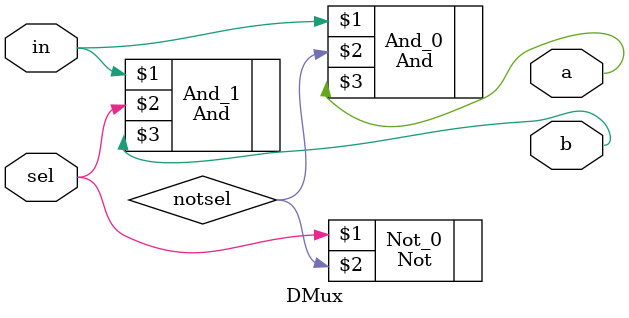
<source format=v>
/**
 * Demultiplexor:
 * {a, b} = {in, 0} if sel == 0
 *          {0, in} if sel == 1
 */
`default_nettype none

module DMux(
	input wire in,
	input wire sel,
    output wire a,
	output wire b
);

// your implementation comes here:

wire notsel;

Not Not_0(sel, notsel);
And And_0(in, notsel, a);
And And_1(in, sel, b);

endmodule

</source>
